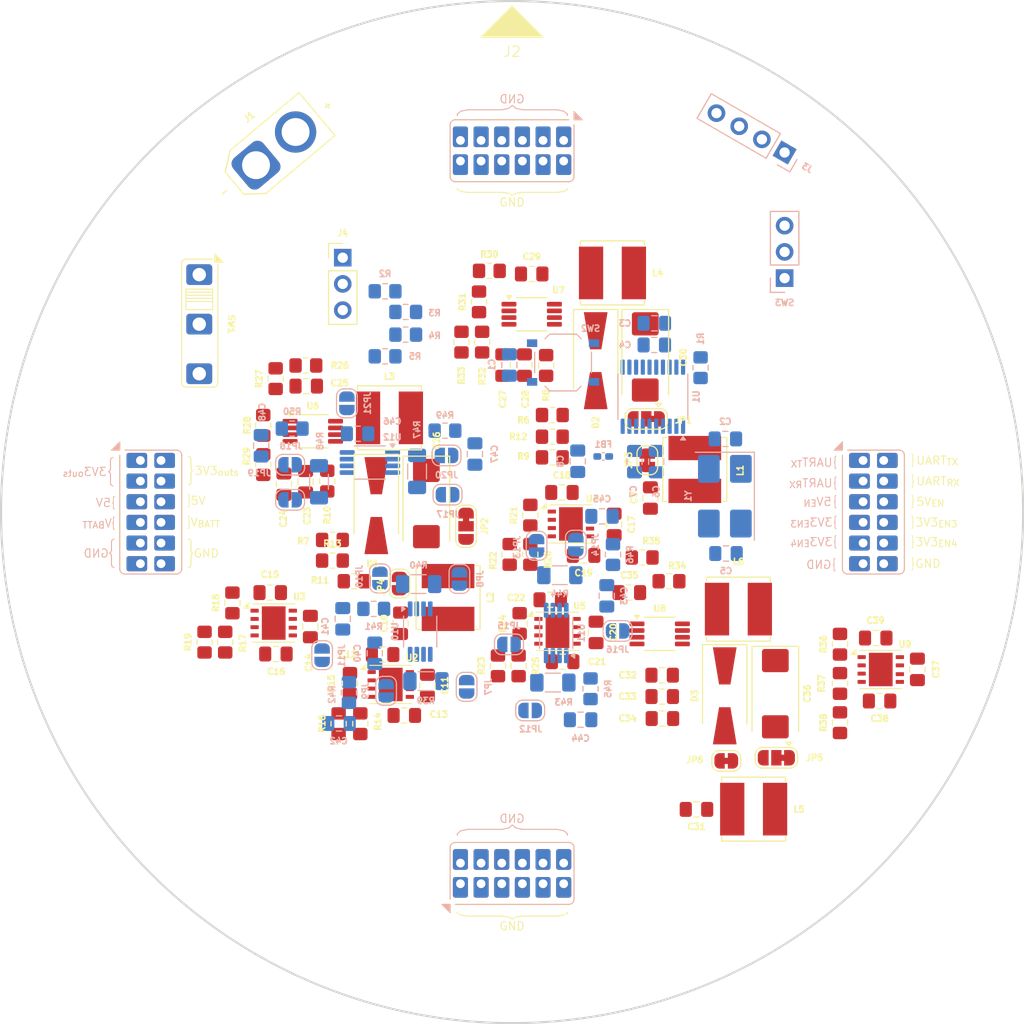
<source format=kicad_pcb>
(kicad_pcb (version 20241229) (generator "pcbnew") (generator_version "9.0")
  (layers (0 "F.Cu" signal) (2 "B.Cu" signal) (13 "F.Paste" user) (15 "B.Paste" user) (5 "F.SilkS" user "F.Silkscreen") (7 "B.SilkS" user "B.Silkscreen") (1 "F.Mask" user) (3 "B.Mask" user) (25 "Edge.Cuts" user))
  (net 0 "")
  (net 1 "NRST")
  (net 2 "GND")
  (net 3 "OSC_IN")
  (net 4 "3V3_{1}")
  (net 5 "OSC_OUT")
  (net 6 "VDDA")
  (net 7 "/VoltageReg&Sense-CurrentSense/3V3Outs/LD39200_3V3_1/EN")
  (net 8 "3V3sense_{1}")
  (net 9 "/VoltageReg&Sense-CurrentSense/3V3Outs/3V3_{2}")
  (net 10 "/VoltageReg&Sense-CurrentSense/3V3Outs/LD39200_3V3_3/VIN")
  (net 11 "/VoltageReg&Sense-CurrentSense/3V3Outs/3V3_{3}")
  (net 12 "/VoltageReg&Sense-CurrentSense/3V3Outs/3V3_{4}")
  (net 13 "/VoltageReg&Sense-CurrentSense/3V3Outs/VIN")
  (net 14 "Net-(D1-K)")
  (net 15 "Net-(U6-BOOT)")
  (net 16 "/VoltageReg&Sense-CurrentSense/3V3Outs/TPS5430_BuckConv_3V3_1/VOUT")
  (net 17 "Net-(U7-BOOT)")
  (net 18 "Net-(D2-K)")
  (net 19 "/VoltageReg&Sense-CurrentSense/3V3Outs/TPS5430_BuckConv_3V3_2/VOUT")
  (net 20 "Net-(D3-K)")
  (net 21 "Net-(U8-BOOT)")
  (net 22 "/VoltageReg&Sense-CurrentSense/5VOut/5VBuckReg/V_{OUT}")
  (net 23 "/VoltageReg&Sense-CurrentSense/5VOut/5VLD39200/EN")
  (net 24 "/VoltageReg&Sense-CurrentSense/5VOut/5V_{OUT}")
  (net 25 "Net-(JP11-A)")
  (net 26 "ADC_{0}")
  (net 27 "ADC_{1}")
  (net 28 "Net-(JP16-A)")
  (net 29 "/VoltageReg&Sense-CurrentSense/CurrentMeasurement_2/V_{SENSE1}")
  (net 30 "/VoltageReg&Sense-CurrentSense/CurrentMeasurement_2/V_{SENSE2}")
  (net 31 "Net-(JP21-A)")
  (net 32 "/VoltageReg&Sense-CurrentSense/CurrentMeasurement_3/V_{SENSE1}")
  (net 33 "/VoltageReg&Sense-CurrentSense/CurrentMeasurement_3/V_{SENSE2}")
  (net 34 "+BATT")
  (net 35 "UART2_{Rx}")
  (net 36 "+7.4V")
  (net 37 "3V3EN_{3}")
  (net 38 "5V")
  (net 39 "UART2_{Tx}")
  (net 40 "3V3EN_{4}")
  (net 41 "3V3_{2}")
  (net 42 "3V3_{4}")
  (net 43 "3V3_{3}")
  (net 44 "5VEN")
  (net 45 "SWCLK")
  (net 46 "SWDIO")
  (net 47 "VS")
  (net 48 "VSS")
  (net 49 "Net-(JP7-B)")
  (net 50 "Net-(JP8-B)")
  (net 51 "Net-(JP9-A)")
  (net 52 "Net-(JP10-A)")
  (net 53 "Net-(JP12-B)")
  (net 54 "Net-(JP13-B)")
  (net 55 "Net-(JP14-A)")
  (net 56 "Net-(JP15-A)")
  (net 57 "Net-(JP17-B)")
  (net 58 "Net-(JP18-B)")
  (net 59 "Net-(JP19-A)")
  (net 60 "Net-(JP20-A)")
  (net 61 "BOOT0")
  (net 62 "Net-(SW3-B)")
  (net 63 "ADC_{6}")
  (net 64 "ADC_{7}")
  (net 65 "/VoltageReg&Sense-CurrentSense/3V3Outs/TPS5430_BuckConv_3V3_2/EN")
  (net 66 "Net-(R12-Pad2)")
  (net 67 "/VoltageReg&Sense-CurrentSense/3V3Outs/TPS5430_BuckConv_3V3_1/EN")
  (net 68 "Net-(R11-Pad1)")
  (net 69 "Net-(U2-ADJ)")
  (net 70 "Net-(U3-ADJ)")
  (net 71 "Net-(U4-ADJ)")
  (net 72 "Net-(U5-ADJ)")
  (net 73 "Net-(U6-VSENSE)")
  (net 74 "Net-(R27-Pad2)")
  (net 75 "Net-(R28-Pad2)")
  (net 76 "Net-(U7-VSENSE)")
  (net 77 "Net-(R31-Pad2)")
  (net 78 "Net-(R32-Pad2)")
  (net 79 "Net-(U8-VSENSE)")
  (net 80 "Net-(U9-ADJ)")
  (net 81 "Net-(R37-Pad2)")
  (net 82 "Net-(U10-OUT_{1})")
  (net 83 "Net-(U10-OUT_{2})")
  (net 84 "Net-(U11-OUT_{1})")
  (net 85 "Net-(U11-OUT_{2})")
  (net 86 "Net-(U12-OUT_{1})")
  (net 87 "Net-(U12-OUT_{2})")
  (net 89 "ADC_{2}")
  (net 90 "/STM32F103/ADC_IN9")
  (net 91 "ADC_{3}")
  (net 92 "/STM32F103/UART2_Tx")
  (net 93 "ADC_{5}")
  (net 94 "ADC_{4}")
  (net 95 "/STM32F103/UART2_Rx")
  (net 107 "Net-(JP4-A)")
  (net 108 "Net-(JP3-A)")
  (net 109 "Net-(JP6-A)")
  (net 110 "Net-(JP1-A)")
  (net 111 "Net-(JP2-A)")
  (net 112 "Net-(JP5-A)")
  (footprint "CompVuelo:LD39200DPUR" (layer "F.Cu") (at 87.35 111.35)
    (property "Reference" "U2")
    (property "Value" "LD39200DPUR")
  )
  (footprint "Capacitor_SMD:C_0805_2012Metric_Pad1.18x1.45mm_HandSolder" (layer "F.Cu") (at 107.235 106.2575 -90)
    (property "Reference" "C20")
    (property "Value" "10uF")
  )
  (footprint "Resistor_SMD:R_0805_2012Metric_Pad1.20x1.40mm_HandSolder" (layer "F.Cu") (at 75 90 -90)
    (property "Reference" "R29")
    (property "Value" "330")
  )
  (footprint "Capacitor_SMD:C_0805_2012Metric_Pad1.18x1.45mm_HandSolder" (layer "F.Cu") (at 90.9 111.4 -90)
    (property "Reference" "C11")
    (property "Value" "10uF")
  )
  (footprint "Jumper:SolderJumper-2_P1.3mm_Bridged_RoundedPad1.0x1.5mm" (layer "F.Cu") (at 112.2 89.5875 90)
    (property "Reference" "JP3")
    (property "Value" "Bridged")
  )
  (footprint "Capacitor_SMD:C_0805_2012Metric_Pad1.18x1.45mm_HandSolder" (layer "F.Cu") (at 106.03 98.8)
    (property "Reference" "C19")
    (property "Value" "470nF")
  )
  (footprint "Resistor_SMD:R_0805_2012Metric_Pad1.20x1.40mm_HandSolder" (layer "F.Cu") (at 96.2 78.1375 -90)
    (property "Reference" "R32")
    (property "Value" "330")
  )
  (footprint "Capacitor_SMD:C_0805_2012Metric_Pad1.18x1.45mm_HandSolder" (layer "F.Cu") (at 112.5 93.2375 -90)
    (property "Reference" "C9")
    (property "Value" "560nF")
  )
  (footprint "Resistor_SMD:R_0805_2012Metric_Pad1.20x1.40mm_HandSolder" (layer "F.Cu") (at 130.8625 107.4 -90)
    (property "Reference" "R36")
    (property "Value" "330K")
  )
  (footprint "Capacitor_SMD:C_0805_2012Metric_Pad1.18x1.45mm_HandSolder" (layer "F.Cu") (at 100.3 80.3625 -90)
    (property "Reference" "C28")
    (property "Value" "47uF")
  )
  (footprint "Capacitor_SMD:C_0805_2012Metric_Pad1.18x1.45mm_HandSolder" (layer "F.Cu") (at 110.4625 102.4)
    (property "Reference" "C35")
    (property "Value" "10nF")
  )
  (footprint "Resistor_SMD:R_0805_2012Metric_Pad1.20x1.40mm_HandSolder" (layer "F.Cu") (at 102.4 80.4 90)
    (property "Reference" "R8")
    (property "Value" "330K")
  )
  (footprint "Inductor_SMD:L_Bourns_SRN6045TA" (layer "F.Cu") (at 116.8 90.475 -90)
    (property "Reference" "L1")
    (property "Value" "4.7uH")
  )
  (footprint "Resistor_SMD:R_0805_2012Metric_Pad1.20x1.40mm_HandSolder" (layer "F.Cu") (at 75 86.2 -90)
    (property "Reference" "R28")
    (property "Value" "330")
  )
  (footprint "Jumper:SolderJumper-3_P1.3mm_Bridged12_RoundedPad1.0x1.5mm" (layer "F.Cu") (at 112.1 85.575 180)
    (property "Reference" "JP1")
    (property "Value" "Bridged12")
  )
  (footprint "Jumper:SolderJumper-2_P1.3mm_Bridged_RoundedPad1.0x1.5mm" (layer "F.Cu") (at 88.2 101.525 90)
    (property "Reference" "JP4")
    (property "Value" "Bridged")
  )
  (footprint "Resistor_SMD:R_0805_2012Metric_Pad1.20x1.40mm_HandSolder" (layer "F.Cu") (at 94.2 78.1375 90)
    (property "Reference" "R33")
    (property "Value" "330")
  )
  (footprint "Inductor_SMD:L_Bourns_SRN6045TA" (layer "F.Cu") (at 121.025 104)
    (property "Reference" "L6")
    (property "Value" "10uH")
  )
  (footprint "Inductor_SMD:L_Bourns_SRN6045TA" (layer "F.Cu") (at 122.5 123.375 180)
    (property "Reference" "L5")
    (property "Value" "4.7uH")
  )
  (footprint "CompVuelo:SWSPDT" (layer "F.Cu") (at 68.8 76.4 -90)
    (property "Reference" "SW1")
    (property "Value" "SW_SPDT")
  )
  (footprint "Capacitor_SMD:C_0805_2012Metric_Pad1.18x1.45mm_HandSolder" (layer "F.Cu") (at 77 91.9 -90)
    (property "Reference" "C24")
    (property "Value" "47uF")
  )
  (footprint "Capacitor_Tantalum_SMD:CP_EIA-7343-31_Kemet-D_HandSolder" (layer "F.Cu") (at 112 79.575 -90)
    (property "Reference" "C30")
    (property "Value" "470uF")
  )
  (footprint "CompVuelo:GeneralConn" (layer "F.Cu") (at 99.1 94.6)
    (property "Reference" "J2")
    (property "Value" "NebulaConnector")
    (fp_circle (center 0 0) (end 0 49.5) (stroke (width 0.2)) (fill no) (layer "Edge.Cuts"))
  )
  (footprint "Capacitor_SMD:C_0805_2012Metric_Pad1.18x1.45mm_HandSolder" (layer "F.Cu") (at 113.6625 114.6)
    (property "Reference" "C34")
    (property "Value" "47uF")
  )
  (footprint "Capacitor_SMD:C_0805_2012Metric_Pad1.18x1.45mm_HandSolder" (layer "F.Cu") (at 103.93 92.7)
    (property "Reference" "C18")
    (property "Value" "10uF")
  )
  (footprint "Inductor_SMD:L_Bourns_SRN6045TA" (layer "F.Cu") (at 108.825 71.4375)
    (property "Reference" "L4")
    (property "Value" "10uH")
  )
  (footprint "Jumper:SolderJumper-2_P1.3mm_Bridged_RoundedPad1.0x1.5mm" (layer "F.Cu") (at 119.85 118.7)
    (property "Reference" "JP6")
    (property "Value" "Bridged")
  )
  (footprint "Resistor_SMD:R_0805_2012Metric_Pad1.20x1.40mm_HandSolder" (layer "F.Cu") (at 103 87.3)
    (property "Reference" "R12")
    (property "Value" "15K")
  )
  (footprint "Resistor_SMD:R_0805_2012Metric_Pad1.20x1.40mm_HandSolder" (layer "F.Cu") (at 103 89.3 180)
    (property "Reference" "R9")
    (property "Value" "680K")
  )
  (footprint "CompVuelo:Texas_S-PDSO-G8_3x3mm_P0.65mm" (layer "F.Cu") (at 79.8 86.775)
    (property "Reference" "U6")
    (property "Value" "TPS5430DDA")
  )
  (footprint "Capacitor_SMD:C_0805_2012Metric_Pad1.18x1.45mm_HandSolder" (layer "F.Cu") (at 79.1 91.6625 -90)
    (property "Reference" "C23")
    (property "Value" "47uF")
  )
  (footprint "Resistor_SMD:R_0805_2012Metric_Pad1.20x1.40mm_HandSolder" (layer "F.Cu") (at 99.835 105.395 90)
    (property "Reference" "R24")
    (property "Value" "100K")
  )
  (footprint "Resistor_SMD:R_0805_2012Metric_Pad1.20x1.40mm_HandSolder" (layer "F.Cu") (at 99.735 109.495 -90)
    (property "Reference" "R25")
    (property "Value" "39K")
  )
  (footprint "Capacitor_SMD:C_0805_2012Metric_Pad1.18x1.45mm_HandSolder" (layer "F.Cu") (at 88.6625 114.3)
    (property "Reference" "C13")
    (property "Value" "470nF")
  )
  (footprint "Resistor_SMD:R_0805_2012Metric_Pad1.20x1.40mm_HandSolder" (layer "F.Cu") (at 71.3125 107.2 -90)
    (property "Reference" "R17")
    (property "Value" "33K")
  )
  (footprint "Capacitor_SMD:C_0805_2012Metric_Pad1.18x1.45mm_HandSolder" (layer "F.Cu") (at 98.2 80.3625 -90)
    (property "Reference" "C27")
    (property "Value" "47uF")
  )
  (footprint "Resistor_SMD:R_0805_2012Metric_Pad1.20x1.40mm_HandSolder" (layer "F.Cu") (at 81.7 97.3)
    (property "Reference" "R7")
    (property "Value" "15K")
  )
  (footprint "Capacitor_SMD:C_0805_2012Metric_Pad1.18x1.45mm_HandSolder" (layer "F.Cu") (at 79.1625 82.4)
    (property "Reference" "C25")
    (property "Value" "10nF")
  )
  (footprint "Connector_PinHeader_2.54mm:PinHeader_1x03_P2.54mm_Vertical" (layer "F.Cu") (at 82.7 69.96)
    (property "Reference" "J4")
    (property "Value" "Conn_01x03")
  )
  (footprint "Resistor_SMD:R_0805_2012Metric_Pad1.20x1.40mm_HandSolder" (layer "F.Cu") (at 83.4 111.2 -90)
    (property "Reference" "R15")
    (property "Value" "100K")
  )
  (footprint "CompVuelo:LD39200DPUR" (layer "F.Cu") (at 76.0125 105.4)
    (property "Reference" "U3")
    (property "Value" "LD39200DPUR")
  )
  (footprint "Resistor_SMD:R_0805_2012Metric_Pad1.20x1.40mm_HandSolder" (layer "F.Cu") (at 130.8625 115 -90)
    (property "Reference" "R38")
    (property "Value" "680")
  )
  (footprint "Resistor_SMD:R_0805_2012Metric_Pad1.20x1.40mm_HandSolder" (layer "F.Cu") (at 103 85.2)
    (property "Reference" "R6")
    (property "Value" "15K")
  )
  (footprint "Resistor_SMD:R_0805_2012Metric_Pad1.20x1.40mm_HandSolder" (layer "F.Cu") (at 114.3 101.3 180)
    (property "Reference" "R34")
    (property "Value" "10K")
  )
  (footprint "Capacitor_Tantalum_SMD:CP_EIA-7343-31_Kemet-D_HandSolder" (layer "F.Cu") (at 90.8 93.775 -90)
    (property "Reference" "C26")
    (property "Value" "470uF")
  )
  (footprint "Resistor_SMD:R_0805_2012Metric_Pad1.20x1.40mm_HandSolder" (layer "F.Cu") (at 100.8675 94.9 -90)
    (property "Reference" "R21")
    (property "Value" "100K")
  )
  (footprint "Capacitor_SMD:C_0805_2012Metric_Pad1.18x1.45mm_HandSolder" (layer "F.Cu") (at 134.325 106.8)
    (property "Reference" "C39")
    (property "Value" "470nF")
  )
  (footprint "Diode_SMD:D_SMA-SMB_Universal_Handsoldering" (layer "F.Cu") (at 119.7 112.4 -90)
    (property "Reference" "D3")
    (property "Value" "550mV")
  )
  (footprint "Capacitor_SMD:C_0805_2012Metric_Pad1.18x1.45mm_HandSolder" (layer "F.Cu") (at 101 71.5375)
    (property "Reference" "C29")
    (property "Value" "10nF")
  )
  (footprint "Resistor_SMD:R_0805_2012Metric_Pad1.20x1.40mm_HandSolder" (layer "F.Cu") (at 76.2 81.675 -90)
    (property "Reference" "R27")
    (property "Value" "4K7")
  )
  (footprint "Capacitor_SMD:C_0805_2012Metric_Pad1.18x1.45mm_HandSolder" (layer "F.Cu") (at 113.645312 112.470214)
    (property "Reference" "C33")
    (property "Value" "47uF")
  )
  (footprint "Resistor_SMD:R_0805_2012Metric_Pad1.20x1.40mm_HandSolder" (layer "F.Cu") (at 95.9 74.2375 -90)
    (property "Reference" "R31")
    (property "Value" "4K7")
  )
  (footprint "Capacitor_SMD:C_0805_2012Metric_Pad1.18x1.45mm_HandSolder" (layer "F.Cu") (at 79.5625 105.6875 -90)
    (property "Reference" "C14")
    (property "Value" "10uF")
  )
  (footprint "CompVuelo:LD39200DPUR" (layer "F.Cu") (at 103.5 106.2)
    (property "Reference" "U5")
    (property "Value" "LD39200DPUR")
  )
  (footprint "Capacitor_SMD:C_0805_2012Metric_Pad1.18x1.45mm_HandSolder" (layer "F.Cu") (at 138.3625 109.8375 -90)
    (property "Reference" "C37")
    (property "Value" "10uF")
  )
  (footprint "Capacitor_SMD:C_0805_2012Metric_Pad1.18x1.45mm_HandSolder" (layer "F.Cu") (at 75.675 102.4)
    (property "Reference" "C15")
    (property "Value" "10uF")
  )
  (footprint "Resistor_SMD:R_0805_2012Metric_Pad1.20x1.40mm_HandSolder" (layer "F.Cu") (at 81.2 91.6 90)
    (property "Reference" "R10")
    (property "Value" "330K")
  )
  (footprint "Capacitor_SMD:C_0805_2012Metric_Pad1.18x1.45mm_HandSolder" (layer "F.Cu") (at 76.225 108.35)
    (property "Reference" "C16")
    (property "Value" "470nF")
  )
  (footprint "Capacitor_SMD:C_0805_2012Metric_Pad1.18x1.45mm_HandSolder" (layer "F.Cu") (at 102.7975 103.095)
    (property "Reference" "C22")
    (property "Value" "470nF")
  )
  (footprint "Capacitor_SMD:C_0805_2012Metric_Pad1.18x1.45mm_HandSolder" (layer "F.Cu") (at 108.9875 95.8 -90)
    (property "Reference" "C17")
    (property "Value" "10uF")
  )
  (footprint "Connector_AMASS:AMASS_XT30U-F_1x02_P5.0mm_Vertical" (layer "F.Cu") (at 74.3 61 40)
    (property "Reference" "J1")
    (property "Value" "Conn_01x02")
  )
  (footprint "Diode_SMD:D_SMA-SMB_Universal_Handsoldering" (layer "F.Cu") (at 107.2 79.9375 -90)
    (property "Reference" "D2")
    (property "Value" "450mV")
  )
  (footprint "Capacitor_SMD:C_0805_2012Metric_Pad1.18x1.45mm_HandSolder" (layer "F.Cu") (at 113.6375 110.4 180)
    (property "Reference" "C32")
    (property "Value" "47uF")
  )
  (footprint "Resistor_SMD:R_0805_2012Metric_Pad1.20x1.40mm_HandSolder" (layer "F.Cu") (at 97.735 109.495 -90)
    (property "Reference" "R23")
    (property "Value" "33K")
  )
  (footprint "Diode_SMD:D_SMA-SMB_Universal_Handsoldering" (layer "F.Cu") (at 85.95 93.975 -90)
    (property "Reference" "D1")
    (property "Value" "450mV")
  )
  (footprint "Capacitor_SMD:C_0805_2012Metric_Pad1.18x1.45mm_HandSolder" (layer "F.Cu") (at 88.3 105.375 -90)
    (property "Reference" "C10")
    (property "Value" "560nF")
  )
  (footprint "Resistor_SMD:R_0805_2012Metric_Pad1.20x1.40mm_HandSolder" (layer "F.Cu") (at 79.12929 80.402587 180)
    (property "Reference" "R26")
    (property "Value" "10K")
  )
  (footprint "Jumper:SolderJumper-3_P1.3mm_Bridged12_RoundedPad1.0x1.5mm" (layer "F.Cu") (at 124.7 118.4 180)
    (property "Reference" "JP5")
    (property "Value" "Bridged12")
  )
  (footprint "Capacitor_SMD:C_0805_2012Metric_Pad1.18x1.45mm_HandSolder" (layer "F.Cu") (at 103.9975 109.095)
    (property "Reference" "C21")
    (property "Value" "10uF")
  )
  (footprint "Resistor_SMD:R_0805_2012Metric_Pad1.20x1.40mm_HandSolder" (layer "F.Cu") (at 98.8675 98.7 -90)
    (property "Reference" "R22")
    (property "Value" "39K")
  )
  (footprint "Resistor_SMD:R_0805_2012Metric_Pad1.20x1.40mm_HandSolder" (layer "F.Cu") (at 69.3125 107.2 -90)
    (property "Reference" "R19")
    (property "Value" "39K")
  )
  (footprint "Resistor_SMD:R_0805_2012Metric_Pad1.20x1.40mm_HandSolder" (layer "F.Cu") (at 83.8 101.3)
    (property "Reference" "R11")
    (property "Value" "680K")
  )
  (footprint "CompVuelo:Texas_S-PDSO-G8_3x3mm_P0.65mm" (layer "F.Cu") (at 101 75.4375)
    (property "Reference" "U7")
    (property "Value" "TPS5430DDA")
  )
  (footprint "Inductor_SMD:L_Bourns_SRN6045TA" (layer "F.Cu") (at 87.225 85.475)
    (property "Reference" "L3")
    (property "Value" "10uH")
  )
  (footprint "CompVuelo:Texas_S-PDSO-G8_3x3mm_P0.65mm" (layer "F.Cu") (at 113.4 106.4)
    (property "Reference" "U8")
    (property "Value" "TPS5430DDA")
  )
  (footprint "Jumper:SolderJumper-3_P1.3mm_Bridged12_RoundedPad1.0x1.5mm" (layer "F.Cu") (at 94.6425 95.975 -90)
    (property "Reference" "JP2")
    (property "Value" "Bridged12")
  )
  (footprint "Capacitor_Tantalum_SMD:CP_EIA-7343-31_Kemet-D_HandSolder" (layer "F.Cu") (at 124.6 112.1925 -90)
    (property "Reference" "C36")
    (property "Value" "330uF")
  )
  (footprint "Resistor_SMD:R_0805_2012Metric_Pad1.20x1.40mm_HandSolder" (layer "F.Cu") (at 72.0125 103.4 -90)
    (property "Reference" "R18")
    (property "Value" "100K")
  )
  (footprint "CompVuelo:LD39200DPUR" (layer "F.Cu") (at 104.8 95.8)
    (property "Reference" "U4")
    (property "Value" "LD39200DPUR")
  )
  (footprint "Resistor_SMD:R_0805_2012Metric_Pad1.20x1.40mm_HandSolder" (layer "F.Cu") (at 82.3 115.1 -90)
    (property "Reference" "R16")
    (property "Value" "39K")
  )
  (footprint "Capacitor_SMD:C_0805_2012Metric_Pad1.18x1.45mm_HandSolder" (layer "F.Cu") (at 86.5625 108.4)
    (property "Reference" "C12")
    (property "Value" "10uF")
  )
  (footprint "Resistor_SMD:R_0805_2012Metric_Pad1.20x1.40mm_HandSolder" (layer "F.Cu") (at 100.8675 98.7 -90)
    (property "Reference" "R20")
    (property "Value" "33K")
  )
  (footprint "Resistor_SMD:R_0805_2012Metric_Pad1.20x1.40mm_HandSolder" (layer "F.Cu") (at 111.7 99 180)
    (property "Reference" "R35")
    (property "Value" "3K")
  )
  (footprint "Resistor_SMD:R_0805_2012Metric_Pad1.20x1.40mm_HandSolder" (layer "F.Cu") (at 96.9 71.2375 180)
    (property "Reference" "R30")
    (property "Value" "10K")
  )
  (footprint "Resistor_SMD:R_0805_2012Metric_Pad1.20x1.40mm_HandSolder" (layer "F.Cu") (at 81.7 99.3)
    (property "Reference" "R13")
    (property "Value" "15K")
  )
  (footprint "Resistor_SMD:R_0805_2012Metric_Pad1.20x1.40mm_HandSolder" (layer "F.Cu") (at 84.4 115.1 -90)
    (property "Reference" "R14")
    (property "Value" "33K")
  )
  (footprint "CompVuelo:LD39200DPUR" (layer "F.Cu") (at 134.8125 109.9)
    (property "Reference" "U9")
    (property "Value" "LD39200DPUR")
  )
  (footprint "Capacitor_SMD:C_0805_2012Metric_Pad1.18x1.45mm_HandSolder" (layer "F.Cu") (at 134.7 112.9 180)
    (property "Reference" "C38")
    (property "Value" "10uF")
  )
  (footprint "Resistor_SMD:R_0805_2012Metric_Pad1.20x1.40mm_HandSolder" (layer "F.Cu") (at 130.8625 111.2 -90)
    (property "Reference" "R37")
    (property "Value" "36K")
  )
  (footprint "Capacitor_SMD:C_0805_2012Metric_Pad1.18x1.45mm_HandSolder" (layer "F.Cu") (at 116.9625 123.4 180)
    (property "Reference" "C31")
    (property "Value" "560nF")
  )
  (footprint "Inductor_SMD:L_Bourns_SRN6045TA" (layer "F.Cu") (at 92.9 102.875 -90)
    (property "Reference" "L2")
    (property "Value" "4.7uH")
  )
  (footprint "Jumper:SolderJumper-2_P1.3mm_Open_RoundedPad1.0x1.5mm" (layer "B.Cu") (at 105.275 97.765 90)
    (property "Reference" "JP14")
    (property "Value" "SolderJumper_2_Open")
  )
  (footprint "Resistor_SMD:R_1206_3216Metric_Pad1.30x1.75mm_HandSolder" (layer "B.Cu") (at 90.05 101.5775 180)
    (property "Reference" "R40")
    (property "Value" "0.007")
  )
  (footprint "Crystal:Crystal_SMD_0603-4Pin_6.0x3.5mm_HandSoldering" (layer "B.Cu") (at 119.71 93.065 -90)
    (property "Reference" "Y1")
    (property "Value" "16Mhz")
  )
  (footprint "Jumper:SolderJumper-2_P1.3mm_Open_RoundedPad1.0x1.5mm" (layer "B.Cu") (at 92.75 89.115)
    (property "Reference" "JP20")
    (property "Value" "SolderJumper_2_Open")
  )
  (footprint "Capacitor_SMD:C_0805_2012Metric_Pad1.18x1.45mm_HandSolder" (layer "B.Cu") (at 95.5 88.9775 -90)
    (property "Reference" "C47")
    (property "Value" "15nF")
  )
  (footprint "Capacitor_SMD:C_0805_2012Metric_Pad1.18x1.45mm_HandSolder" (layer "B.Cu") (at 112.8775 76.315 180)
    (property "Reference" "C3")
    (property "Value" "10uF")
  )
  (footprint "Jumper:SolderJumper-2_P1.3mm_Open_RoundedPad1.0x1.5mm" (layer "B.Cu") (at 83.1 84.065 90)
    (property "Reference" "JP21")
    (property "Value" "SJ_Op")
  )
  (footprint "Button_Switch_SMD:SW_Push_1P1T_XKB_TS-1187A" (layer "B.Cu") (at 104.04 80.115 180)
    (property "Reference" "SW2")
    (property "Value" "RESET")
  )
  (footprint "Resistor_SMD:R_0805_2012Metric_Pad1.20x1.40mm_HandSolder" (layer "B.Cu") (at 77.8 86.515 180)
    (property "Reference" "R50")
    (property "Value" "100")
  )
  (footprint "Resistor_SMD:R_0805_2012Metric_Pad1.20x1.40mm_HandSolder" (layer "B.Cu") (at 88.8 77.415 180)
    (property "Reference" "R4")
    (property "Value" "470k")
  )
  (footprint "CompVuelo:Texas_S-PDSO-G8_3x3mm_P0.65mm" (layer "B.Cu") (at 103.375 106.315 90)
    (property "Reference" "U11")
    (property "Value" "INA2180A2")
  )
  (footprint "Resistor_SMD:R_0805_2012Metric_Pad1.20x1.40mm_HandSolder" (layer "B.Cu") (at 92.6 86.715)
    (property "Reference" "R49")
    (property "Value" "100")
  )
  (footprint "Capacitor_SMD:C_0805_2012Metric_Pad1.18x1.45mm_HandSolder" (layer "B.Cu") (at 85.8 108.2775 -90)
    (property "Reference" "C40")
    (property "Value" "0.1uF")
  )
  (footprint "Capacitor_SMD:C_0805_2012Metric_Pad1.18x1.45mm_HandSolder" (layer "B.Cu") (at 119.8225 98.615)
    (property "Reference" "C5")
    (property "Value" "9pF")
  )
  (footprint "Jumper:SolderJumper-2_P1.3mm_Open_RoundedPad1.0x1.5mm" (layer "B.Cu") (at 77.6 90.015 180)
    (property "Reference" "JP18")
    (property "Value" "SolderJumper_2_Open")
  )
  (footprint "Jumper:SolderJumper-2_P1.3mm_Open_RoundedPad1.0x1.5mm" (layer "B.Cu") (at 94.7 111.5275 90)
    (property "Reference" "JP7")
    (property "Value" "SolderJumper_2_Open")
  )
  (footprint "Capacitor_SMD:C_0805_2012Metric_Pad1.18x1.45mm_HandSolder" (layer "B.Cu") (at 82.7 104.94 -90)
    (property "Reference" "C41")
    (property "Value" "15nF")
  )
  (footprint "Capacitor_SMD:C_0805_2012Metric_Pad1.18x1.45mm_HandSolder" (layer "B.Cu") (at 82.3375 115.0775 180)
    (property "Reference" "C42")
    (property "Value" "15nF")
  )
  (footprint "Capacitor_SMD:C_0805_2012Metric_Pad1.18x1.45mm_HandSolder" (layer "B.Cu") (at 119.76 87.515 180)
    (property "Reference" "C2")
    (property "Value" "9pF")
  )
  (footprint "Capacitor_SMD:C_0805_2012Metric_Pad1.18x1.45mm_HandSolder" (layer "B.Cu") (at 74.8 88.1775 -90)
    (property "Reference" "C48")
    (property "Value" "15nF")
  )
  (footprint "Jumper:SolderJumper-2_P1.3mm_Open_RoundedPad1.0x1.5mm" (layer "B.Cu") (at 80.7 108.465 -90)
    (property "Reference" "JP11")
    (property "Value" "SJ_Op")
  )
  (footprint "Resistor_SMD:R_1206_3216Metric_Pad1.30x1.75mm_HandSolder" (layer "B.Cu") (at 103.05 111.115)
    (property "Reference" "R43")
    (property "Value" "0.020")
  )
  (footprint "Jumper:SolderJumper-2_P1.3mm_Open_RoundedPad1.0x1.5mm" (layer "B.Cu") (at 100.85 113.815)
    (property "Reference" "JP12")
    (property "Value" "SolderJumper_2_Open")
  )
  (footprint "Capacitor_SMD:C_0805_2012Metric_Pad1.18x1.45mm_HandSolder" (layer "B.Cu") (at 105.46 89.6775 -90)
    (property "Reference" "C8")
    (property "Value" "1uF")
  )
  (footprint "Capacitor_SMD:C_0805_2012Metric_Pad1.18x1.45mm_HandSolder" (layer "B.Cu") (at 110.96 89.715 -90)
    (property "Reference" "C7")
    (property "Value" "1uF")
  )
  (footprint "Resistor_SMD:R_0805_2012Metric_Pad1.20x1.40mm_HandSolder" (layer "B.Cu") (at 88.8 75.215)
    (property "Reference" "R3")
    (property "Value" "910k")
  )
  (footprint "Resistor_SMD:R_1206_3216Metric_Pad1.30x1.75mm_HandSolder" (layer "B.Cu") (at 89.9 90.665 90)
    (property "Reference" "R47")
    (property "Value" "0.020")
  )
  (footprint "CompVuelo:Texas_S-PDSO-G8_3x3mm_P0.65mm" (layer "B.Cu") (at 85.33 89.8 180)
    (property "Reference" "U12")
    (property "Value" "INA2180A2")
  )
  (footprint "Resistor_SMD:R_0805_2012Metric_Pad1.20x1.40mm_HandSolder" (layer "B.Cu") (at 85.7 103.9775 180)
    (property "Reference" "R41")
    (property "Value" "100")
  )
  (footprint "Resistor_SMD:R_1206_3216Metric_Pad1.30x1.75mm_HandSolder" (layer "B.Cu") (at 80.4 91.665 90)
    (property "Reference" "R48")
    (property "Value" "0.020")
  )
  (footprint "CompVuelo:Texas_S-PDSO-G8_3x3mm_P0.65mm" (layer "B.Cu") (at 90.2 106.1775 -90)
    (property "Reference" "U10")
    (property "Value" "INA2180A2")
  )
  (footprint "Capacitor_SMD:C_0805_2012Metric_Pad1.18x1.45mm_HandSolder" (layer "B.Cu") (at 98.84 80.3525 90)
    (property "Reference" "C1")
    (property "Value" "100nF")
  )
  (footprint "Capacitor_SMD:C_0805_2012Metric_Pad1.18x1.45mm_HandSolder" (layer "B.Cu") (at 105.7375 114.715 180)
    (property "Reference" "C44")
    (property "Value" "15nF")
  )
  (footprint "Capacitor_SMD:C_0805_2012Metric_Pad1.18x1.45mm_HandSolder" (layer "B.Cu") (at 107.8125 95.015 180)
    (property "Reference" "C45")
    (property "Value" "15nF")
  )
  (footprint "Capacitor_SMD:C_0805_2012Metric_Pad1.18x1.45mm_HandSolder" (layer "B.Cu") (at 113.06 89.715 -90)
    (property "Reference" "C6")
    (property "Value" "10uF")
  )
  (footprint "Capacitor_SMD:C_0805_2012Metric_Pad1.18x1.45mm_HandSolder" (layer "B.Cu") (at 84.1375 87.015)
    (property "Reference" "C46")
    (property "Value" "0.1uF")
  )
  (footprint "Jumper:SolderJumper-2_P1.3mm_Open_RoundedPad1.0x1.5mm" (layer "B.Cu") (at 109.325 106.115)
    (property "Reference" "JP16")
    (property "Value" "SJ_Op")
  )
  (footprint "Resistor_SMD:R_0805_2012Metric_Pad1.20x1.40mm_HandSolder" (layer "B.Cu") (at 86.8 73.215)
    (property "Reference" "R2")
    (property "Value" "470k")
  )
  (footprint "Connector_PinHeader_2.54mm:PinHeader_1x04_P2.54mm_Vertical" (layer "B.Cu") (at 125.499705 59.77 60)
    (property "Reference" "J3")
    (property "Value" "Conn_01x04")
  )
  (footprint "Resistor_SMD:R_1206_3216Metric_Pad1.30x1.75mm_HandSolder" (layer "B.Cu") (at 90.75 110.9775 180)
    (property "Reference" "R39")
    (property "Value" "0.020")
  )
  (footprint "Resistor_SMD:R_0805_2012Metric_Pad1.20x1.40mm_HandSolder" (layer "B.Cu") (at 106.7 111.715 -90)
    (property "Reference" "R45")
    (property "Value" "100")
  )
  (footprint "Connector_PinHeader_2.54mm:PinHeader_1x03_P2.54mm_Vertical" (layer "B.Cu") (at 125.5 71.94)
    (property "Reference" "SW3")
    (property "Value" "SW_SPDT")
  )
  (footprint "Jumper:SolderJumper-2_P1.3mm_Open_RoundedPad1.0x1.5mm" (layer "B.Cu") (at 94 101.0775 -90)
    (property "Reference" "JP8")
    (property "Value" "SolderJumper_2_Open")
  )
  (footprint "Resistor_SMD:R_0805_2012Metric_Pad1.20x1.40mm_HandSolder" (layer "B.Cu") (at 86.8 79.515 180)
    (property "Reference" "R5")
    (property "Value" "910k")
  )
  (footprint "Resistor_SMD:R_0805_2012Metric_Pad1.20x1.40mm_HandSolder" (layer "B.Cu") (at 83.3 112.0775 -90)
    (property "Reference" "R42")
    (property "Value" "100")
  )
  (footprint "Resistor_SMD:R_0805_2012Metric_Pad1.20x1.40mm_HandSolder" (layer "B.Cu") (at 117.36 80.615 -90)
    (property "Reference" "R1")
    (property "Value" "10K")
  )
  (footprint "Jumper:SolderJumper-2_P1.3mm_Open_RoundedPad1.0x1.5mm" (layer "B.Cu") (at 77.6 93.415 180)
    (property "Reference" "JP19")
    (property "Value" "SolderJumper_2_Open")
  )
  (footprint "Capacitor_SMD:C_0805_2012Metric_Pad1.18x1.45mm_HandSolder" (layer "B.Cu") (at 112.8775 78.415 180)
    (property "Reference" "C4")
    (property "Value" "100nF")
  )
  (footprint "Jumper:SolderJumper-2_P1.3mm_Open_RoundedPad1.0x1.5mm" (layer "B.Cu") (at 101.475 97.865 -90)
    (property "Reference" "JP13")
    (property "Value" "SolderJumper_2_Open")
  )
  (footprint "Package_SO:TSSOP-20_4.4x6.5mm_P0.65mm" (layer "B.Cu") (at 112.74 83.4275 90)
    (property "Reference" "U1")
    (property "Value" "STM32L031F6Px")
  )
  (footprint "Jumper:SolderJumper-2_P1.3mm_Open_RoundedPad1.0x1.5mm" (layer "B.Cu") (at 86.3 101.0275 90)
    (property "Reference" "JP10")
    (property "Value" "SolderJumper_2_Open")
  )
  (footprint "Jumper:SolderJumper-2_P1.3mm_Open_RoundedPad1.0x1.5mm" (layer "B.Cu") (at 92.85 92.915 180)
    (property "Reference" "JP17")
    (property "Value" "SolderJumper_2_Open")
  )
  (footprint "Jumper:SolderJumper-2_P1.3mm_Open_RoundedPad1.0x1.5mm" (layer "B.Cu") (at 86.9 111.915 -90)
    (property "Reference" "JP9")
    (property "Value" "SolderJumper_2_Open" (hide yes))
  )
  (footprint "Inductor_SMD:L_0402_1005Metric_Pad0.77x0.64mm_HandSolder" (layer "B.Cu") (at 107.9275 89.215 180)
    (property "Reference" "FB1")
    (property "Value" "10R@100MHz")
  )
  (footprint "Capacitor_SMD:C_0805_2012Metric_Pad1.18x1.45mm_HandSolder" (layer "B.Cu") (at 108.275 102.715 90)
    (property "Reference" "C43")
    (property "Value" "0.1uF")
  )
  (footprint "Resistor_SMD:R_1206_3216Metric_Pad1.30x1.75mm_HandSolder" (layer "B.Cu") (at 103.725 100.715)
    (property "Reference" "R44")
    (property "Value" "0.020")
  )
  (footprint "Resistor_SMD:R_0805_2012Metric_Pad1.20x1.40mm_HandSolder" (layer "B.Cu") (at 108.875 98.715 90)
    (property "Reference" "R46")
    (property "Value" "100")
  )
  (footprint "Jumper:SolderJumper-2_P1.3mm_Open_RoundedPad1.0x1.5mm" (layer "B.Cu") (at 98.8 107.415 180)
    (property "Reference" "JP15")
    (property "Value" "SolderJumper_2_Open")
  )
)
</source>
